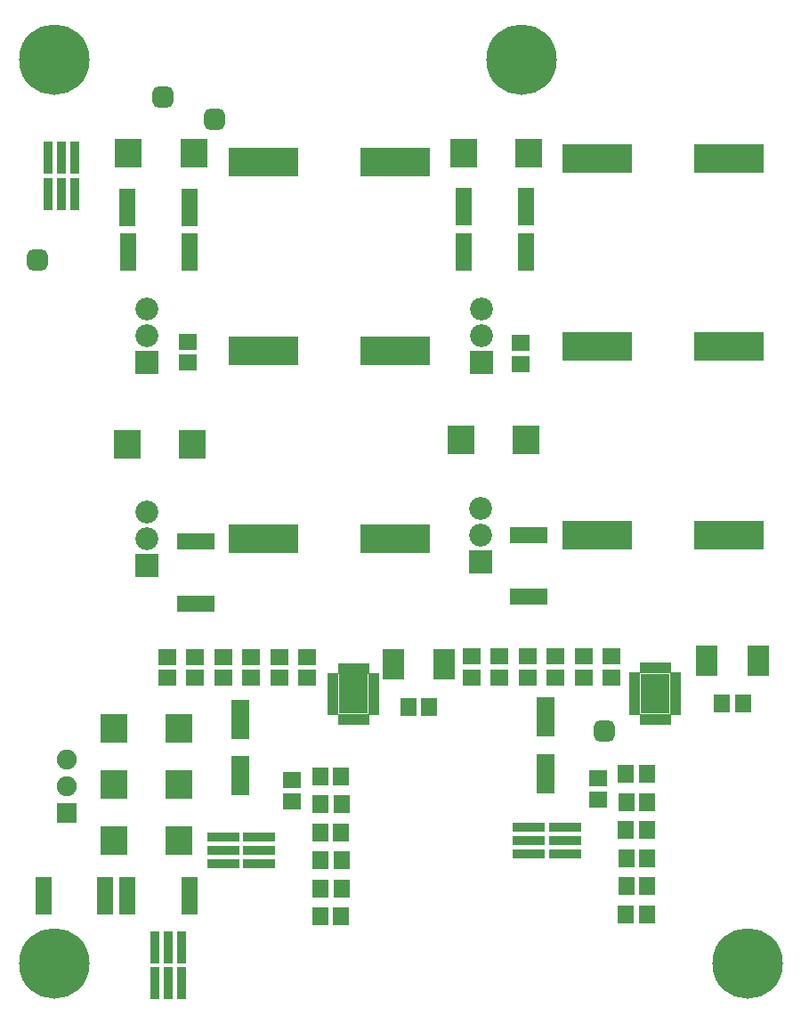
<source format=gts>
G04*
G04 #@! TF.GenerationSoftware,Altium Limited,Altium Designer,20.0.12 (288)*
G04*
G04 Layer_Color=8388736*
%FSLAX25Y25*%
%MOIN*%
G70*
G01*
G75*
%ADD32R,0.09894X0.10721*%
%ADD33R,0.03713X0.12296*%
%ADD34R,0.12296X0.03713*%
%ADD35R,0.26391X0.10642*%
%ADD36R,0.08300X0.11784*%
%ADD37R,0.14422X0.06036*%
%ADD38R,0.06036X0.14422*%
%ADD39R,0.07099X0.14580*%
%ADD40R,0.06706X0.06312*%
%ADD41R,0.06312X0.06706*%
%ADD42R,0.10642X0.14580*%
%ADD43R,0.01863X0.04186*%
%ADD44R,0.04186X0.01863*%
G04:AMPARAMS|DCode=45|XSize=78mil|YSize=78mil|CornerRadius=21.5mil|HoleSize=0mil|Usage=FLASHONLY|Rotation=90.000|XOffset=0mil|YOffset=0mil|HoleType=Round|Shape=RoundedRectangle|*
%AMROUNDEDRECTD45*
21,1,0.07800,0.03500,0,0,90.0*
21,1,0.03500,0.07800,0,0,90.0*
1,1,0.04300,0.01750,0.01750*
1,1,0.04300,0.01750,-0.01750*
1,1,0.04300,-0.01750,-0.01750*
1,1,0.04300,-0.01750,0.01750*
%
%ADD45ROUNDEDRECTD45*%
%ADD46C,0.26391*%
%ADD47R,0.08595X0.08595*%
%ADD48C,0.08595*%
%ADD49R,0.07493X0.07493*%
%ADD50C,0.07493*%
D32*
X62191Y61902D02*
D03*
X37782D02*
D03*
X62191Y103902D02*
D03*
X37782D02*
D03*
X62191Y82902D02*
D03*
X37782D02*
D03*
X42782Y210402D02*
D03*
X67191D02*
D03*
X167782Y211902D02*
D03*
X192191D02*
D03*
X43282Y319402D02*
D03*
X67691D02*
D03*
X168782D02*
D03*
X193191D02*
D03*
D33*
X12987Y304150D02*
D03*
Y317653D02*
D03*
X17987Y304150D02*
D03*
Y317653D02*
D03*
X22987Y304150D02*
D03*
Y317653D02*
D03*
X62987Y22154D02*
D03*
Y8650D02*
D03*
X57987Y22154D02*
D03*
Y8650D02*
D03*
X52987Y22154D02*
D03*
Y8650D02*
D03*
D34*
X206739Y56902D02*
D03*
X193235D02*
D03*
X206739Y61902D02*
D03*
X193235D02*
D03*
X206739Y66902D02*
D03*
X193235D02*
D03*
X92239Y53402D02*
D03*
X78735D02*
D03*
X92239Y58402D02*
D03*
X78735D02*
D03*
X92239Y63402D02*
D03*
X78735D02*
D03*
D35*
X93880Y245402D02*
D03*
X143093D02*
D03*
X218880Y246902D02*
D03*
X268093D02*
D03*
X93774Y315902D02*
D03*
X142987D02*
D03*
X218880Y317402D02*
D03*
X268093D02*
D03*
X93880Y174902D02*
D03*
X143093D02*
D03*
X218880Y176402D02*
D03*
X268093D02*
D03*
D36*
X142437Y127902D02*
D03*
X161536D02*
D03*
X259937Y129402D02*
D03*
X279036D02*
D03*
D37*
X68487Y150721D02*
D03*
Y173902D02*
D03*
X192987Y176402D02*
D03*
Y153220D02*
D03*
D38*
X66077Y41402D02*
D03*
X42896D02*
D03*
X11396D02*
D03*
X34577D02*
D03*
X66077Y298902D02*
D03*
X42896D02*
D03*
X66168Y282402D02*
D03*
X42987D02*
D03*
X168806D02*
D03*
X191987D02*
D03*
X168806Y299402D02*
D03*
X191987D02*
D03*
D39*
X199487Y108402D02*
D03*
Y87142D02*
D03*
X84987Y107531D02*
D03*
Y86272D02*
D03*
D40*
X57751Y130839D02*
D03*
Y122965D02*
D03*
X68251Y130776D02*
D03*
Y122902D02*
D03*
X65487Y240902D02*
D03*
Y248776D02*
D03*
X78751Y130839D02*
D03*
Y122965D02*
D03*
X99751Y130776D02*
D03*
Y122902D02*
D03*
X110251Y130776D02*
D03*
Y122902D02*
D03*
X89251Y130839D02*
D03*
Y122965D02*
D03*
X104550Y76729D02*
D03*
Y84603D02*
D03*
X219113Y77465D02*
D03*
Y85339D02*
D03*
X203255Y131025D02*
D03*
Y123151D02*
D03*
X224254Y130962D02*
D03*
Y123088D02*
D03*
X213755Y130962D02*
D03*
Y123088D02*
D03*
X192754Y131025D02*
D03*
Y123151D02*
D03*
X189987Y240528D02*
D03*
Y248402D02*
D03*
X182255Y130962D02*
D03*
Y123088D02*
D03*
X171755Y131025D02*
D03*
Y123151D02*
D03*
D41*
X115050Y33666D02*
D03*
X122924D02*
D03*
X148050Y111902D02*
D03*
X155924D02*
D03*
X122924Y65166D02*
D03*
X115050D02*
D03*
Y86166D02*
D03*
X122924D02*
D03*
X123050Y44166D02*
D03*
X115176D02*
D03*
X115113Y75666D02*
D03*
X122987D02*
D03*
X115113Y54666D02*
D03*
X122987D02*
D03*
X237613Y44902D02*
D03*
X229739D02*
D03*
X237487Y65902D02*
D03*
X229613D02*
D03*
X229676Y55402D02*
D03*
X237550D02*
D03*
X229676Y76402D02*
D03*
X237550D02*
D03*
X229613Y86902D02*
D03*
X237487D02*
D03*
X265550Y113402D02*
D03*
X273424D02*
D03*
X229613Y34402D02*
D03*
X237487D02*
D03*
D42*
X127574Y116886D02*
D03*
X240577Y117072D02*
D03*
D43*
X122653Y126472D02*
D03*
X124621D02*
D03*
X126590D02*
D03*
X128558D02*
D03*
X130527D02*
D03*
X132495D02*
D03*
Y107299D02*
D03*
X130527D02*
D03*
X128558D02*
D03*
X126590D02*
D03*
X124621D02*
D03*
X122653D02*
D03*
X235656Y126659D02*
D03*
X237625D02*
D03*
X239593D02*
D03*
X241562D02*
D03*
X243530D02*
D03*
X245499D02*
D03*
Y107486D02*
D03*
X243530D02*
D03*
X241562D02*
D03*
X239593D02*
D03*
X237625D02*
D03*
X235656D02*
D03*
D44*
X135192Y123776D02*
D03*
Y121807D02*
D03*
Y119839D02*
D03*
Y117870D02*
D03*
Y115902D02*
D03*
Y113933D02*
D03*
Y111965D02*
D03*
Y109996D02*
D03*
X119956D02*
D03*
Y111965D02*
D03*
Y113933D02*
D03*
Y115902D02*
D03*
Y117870D02*
D03*
Y119839D02*
D03*
Y121807D02*
D03*
Y123776D02*
D03*
X248195Y123962D02*
D03*
Y121994D02*
D03*
Y120025D02*
D03*
Y118057D02*
D03*
Y116088D02*
D03*
Y114120D02*
D03*
Y112151D02*
D03*
Y110183D02*
D03*
X232959D02*
D03*
Y112151D02*
D03*
Y114120D02*
D03*
Y116088D02*
D03*
Y118057D02*
D03*
Y120025D02*
D03*
Y121994D02*
D03*
Y123962D02*
D03*
D45*
X8987Y279402D02*
D03*
X75487Y331902D02*
D03*
X221487Y102902D02*
D03*
X55987Y340402D02*
D03*
D46*
X190487Y354402D02*
D03*
X15487D02*
D03*
X274987Y15902D02*
D03*
X15487D02*
D03*
D47*
X49987Y240902D02*
D03*
X175487D02*
D03*
X49987Y164902D02*
D03*
X174987Y166402D02*
D03*
D48*
X49987Y250902D02*
D03*
Y260902D02*
D03*
X175487Y250902D02*
D03*
Y260902D02*
D03*
X49987Y174902D02*
D03*
Y184902D02*
D03*
X174987Y176402D02*
D03*
Y186402D02*
D03*
D49*
X19987Y72402D02*
D03*
D50*
Y82402D02*
D03*
Y92402D02*
D03*
M02*

</source>
